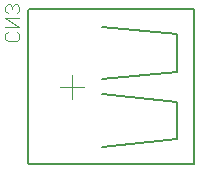
<source format=gbo>
G75*
G70*
%OFA0B0*%
%FSLAX24Y24*%
%IPPOS*%
%LPD*%
%AMOC8*
5,1,8,0,0,1.08239X$1,22.5*
%
%ADD10C,0.0050*%
%ADD11C,0.0040*%
%ADD12C,0.0000*%
D10*
X028279Y001660D02*
X033784Y001660D01*
X033784Y001695D02*
X033784Y006795D01*
X033784Y006830D02*
X028279Y006830D01*
X028274Y006805D02*
X028274Y001685D01*
X030734Y002245D02*
X033234Y002495D01*
X033234Y003745D01*
X030734Y003995D01*
X030734Y004495D02*
X033234Y004745D01*
X033234Y005995D01*
X030734Y006245D01*
D11*
X027504Y005995D02*
X027504Y005842D01*
X027581Y005765D01*
X027888Y005765D01*
X027964Y005842D01*
X027964Y005995D01*
X027888Y006072D01*
X027964Y006225D02*
X027504Y006225D01*
X027581Y006072D02*
X027504Y005995D01*
X027964Y006225D02*
X027504Y006532D01*
X027964Y006532D01*
X027888Y006686D02*
X027964Y006762D01*
X027964Y006916D01*
X027888Y006993D01*
X027811Y006993D01*
X027734Y006916D01*
X027657Y006993D01*
X027581Y006993D01*
X027504Y006916D01*
X027504Y006762D01*
X027581Y006686D01*
X027734Y006839D02*
X027734Y006916D01*
D12*
X029734Y004645D02*
X029734Y003845D01*
X029334Y004245D02*
X030134Y004245D01*
M02*

</source>
